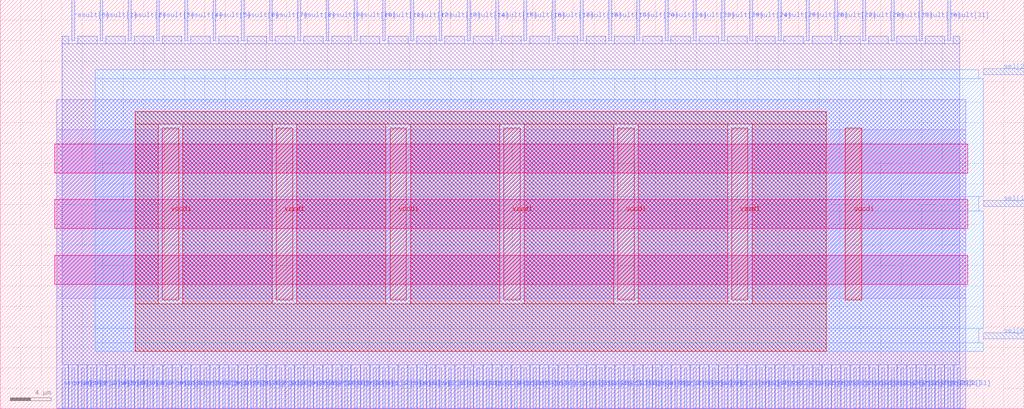
<source format=lef>
VERSION 5.7 ;
  NOWIREEXTENSIONATPIN ON ;
  DIVIDERCHAR "/" ;
  BUSBITCHARS "[]" ;
MACRO SEL_PRI_32x3
  CLASS BLOCK ;
  FOREIGN SEL_PRI_32x3 ;
  ORIGIN 0.000 0.000 ;
  SIZE 100.000 BY 40.000 ;
  PIN result[0]
    DIRECTION OUTPUT TRISTATE ;
    USE SIGNAL ;
    PORT
      LAYER met2 ;
        RECT 6.990 36.000 7.270 40.000 ;
    END
  END result[0]
  PIN result[10]
    DIRECTION OUTPUT TRISTATE ;
    USE SIGNAL ;
    PORT
      LAYER met2 ;
        RECT 34.590 36.000 34.870 40.000 ;
    END
  END result[10]
  PIN result[11]
    DIRECTION OUTPUT TRISTATE ;
    USE SIGNAL ;
    PORT
      LAYER met2 ;
        RECT 37.350 36.000 37.630 40.000 ;
    END
  END result[11]
  PIN result[12]
    DIRECTION OUTPUT TRISTATE ;
    USE SIGNAL ;
    PORT
      LAYER met2 ;
        RECT 40.110 36.000 40.390 40.000 ;
    END
  END result[12]
  PIN result[13]
    DIRECTION OUTPUT TRISTATE ;
    USE SIGNAL ;
    PORT
      LAYER met2 ;
        RECT 42.870 36.000 43.150 40.000 ;
    END
  END result[13]
  PIN result[14]
    DIRECTION OUTPUT TRISTATE ;
    USE SIGNAL ;
    PORT
      LAYER met2 ;
        RECT 45.630 36.000 45.910 40.000 ;
    END
  END result[14]
  PIN result[15]
    DIRECTION OUTPUT TRISTATE ;
    USE SIGNAL ;
    PORT
      LAYER met2 ;
        RECT 48.390 36.000 48.670 40.000 ;
    END
  END result[15]
  PIN result[16]
    DIRECTION OUTPUT TRISTATE ;
    USE SIGNAL ;
    PORT
      LAYER met2 ;
        RECT 51.150 36.000 51.430 40.000 ;
    END
  END result[16]
  PIN result[17]
    DIRECTION OUTPUT TRISTATE ;
    USE SIGNAL ;
    PORT
      LAYER met2 ;
        RECT 53.910 36.000 54.190 40.000 ;
    END
  END result[17]
  PIN result[18]
    DIRECTION OUTPUT TRISTATE ;
    USE SIGNAL ;
    PORT
      LAYER met2 ;
        RECT 56.670 36.000 56.950 40.000 ;
    END
  END result[18]
  PIN result[19]
    DIRECTION OUTPUT TRISTATE ;
    USE SIGNAL ;
    PORT
      LAYER met2 ;
        RECT 59.430 36.000 59.710 40.000 ;
    END
  END result[19]
  PIN result[1]
    DIRECTION OUTPUT TRISTATE ;
    USE SIGNAL ;
    PORT
      LAYER met2 ;
        RECT 9.750 36.000 10.030 40.000 ;
    END
  END result[1]
  PIN result[20]
    DIRECTION OUTPUT TRISTATE ;
    USE SIGNAL ;
    PORT
      LAYER met2 ;
        RECT 62.190 36.000 62.470 40.000 ;
    END
  END result[20]
  PIN result[21]
    DIRECTION OUTPUT TRISTATE ;
    USE SIGNAL ;
    PORT
      LAYER met2 ;
        RECT 64.950 36.000 65.230 40.000 ;
    END
  END result[21]
  PIN result[22]
    DIRECTION OUTPUT TRISTATE ;
    USE SIGNAL ;
    PORT
      LAYER met2 ;
        RECT 67.710 36.000 67.990 40.000 ;
    END
  END result[22]
  PIN result[23]
    DIRECTION OUTPUT TRISTATE ;
    USE SIGNAL ;
    PORT
      LAYER met2 ;
        RECT 70.470 36.000 70.750 40.000 ;
    END
  END result[23]
  PIN result[24]
    DIRECTION OUTPUT TRISTATE ;
    USE SIGNAL ;
    PORT
      LAYER met2 ;
        RECT 73.230 36.000 73.510 40.000 ;
    END
  END result[24]
  PIN result[25]
    DIRECTION OUTPUT TRISTATE ;
    USE SIGNAL ;
    PORT
      LAYER met2 ;
        RECT 75.990 36.000 76.270 40.000 ;
    END
  END result[25]
  PIN result[26]
    DIRECTION OUTPUT TRISTATE ;
    USE SIGNAL ;
    PORT
      LAYER met2 ;
        RECT 78.750 36.000 79.030 40.000 ;
    END
  END result[26]
  PIN result[27]
    DIRECTION OUTPUT TRISTATE ;
    USE SIGNAL ;
    PORT
      LAYER met2 ;
        RECT 81.510 36.000 81.790 40.000 ;
    END
  END result[27]
  PIN result[28]
    DIRECTION OUTPUT TRISTATE ;
    USE SIGNAL ;
    PORT
      LAYER met2 ;
        RECT 84.270 36.000 84.550 40.000 ;
    END
  END result[28]
  PIN result[29]
    DIRECTION OUTPUT TRISTATE ;
    USE SIGNAL ;
    PORT
      LAYER met2 ;
        RECT 87.030 36.000 87.310 40.000 ;
    END
  END result[29]
  PIN result[2]
    DIRECTION OUTPUT TRISTATE ;
    USE SIGNAL ;
    PORT
      LAYER met2 ;
        RECT 12.510 36.000 12.790 40.000 ;
    END
  END result[2]
  PIN result[30]
    DIRECTION OUTPUT TRISTATE ;
    USE SIGNAL ;
    PORT
      LAYER met2 ;
        RECT 89.790 36.000 90.070 40.000 ;
    END
  END result[30]
  PIN result[31]
    DIRECTION OUTPUT TRISTATE ;
    USE SIGNAL ;
    PORT
      LAYER met2 ;
        RECT 92.550 36.000 92.830 40.000 ;
    END
  END result[31]
  PIN result[3]
    DIRECTION OUTPUT TRISTATE ;
    USE SIGNAL ;
    PORT
      LAYER met2 ;
        RECT 15.270 36.000 15.550 40.000 ;
    END
  END result[3]
  PIN result[4]
    DIRECTION OUTPUT TRISTATE ;
    USE SIGNAL ;
    PORT
      LAYER met2 ;
        RECT 18.030 36.000 18.310 40.000 ;
    END
  END result[4]
  PIN result[5]
    DIRECTION OUTPUT TRISTATE ;
    USE SIGNAL ;
    PORT
      LAYER met2 ;
        RECT 20.790 36.000 21.070 40.000 ;
    END
  END result[5]
  PIN result[6]
    DIRECTION OUTPUT TRISTATE ;
    USE SIGNAL ;
    PORT
      LAYER met2 ;
        RECT 23.550 36.000 23.830 40.000 ;
    END
  END result[6]
  PIN result[7]
    DIRECTION OUTPUT TRISTATE ;
    USE SIGNAL ;
    PORT
      LAYER met2 ;
        RECT 26.310 36.000 26.590 40.000 ;
    END
  END result[7]
  PIN result[8]
    DIRECTION OUTPUT TRISTATE ;
    USE SIGNAL ;
    PORT
      LAYER met2 ;
        RECT 29.070 36.000 29.350 40.000 ;
    END
  END result[8]
  PIN result[9]
    DIRECTION OUTPUT TRISTATE ;
    USE SIGNAL ;
    PORT
      LAYER met2 ;
        RECT 31.830 36.000 32.110 40.000 ;
    END
  END result[9]
  PIN sel[0]
    DIRECTION INPUT ;
    USE SIGNAL ;
    PORT
      LAYER met3 ;
        RECT 96.000 6.840 100.000 7.440 ;
    END
  END sel[0]
  PIN sel[1]
    DIRECTION INPUT ;
    USE SIGNAL ;
    PORT
      LAYER met3 ;
        RECT 96.000 19.760 100.000 20.360 ;
    END
  END sel[1]
  PIN sel[2]
    DIRECTION INPUT ;
    USE SIGNAL ;
    PORT
      LAYER met3 ;
        RECT 96.000 32.680 100.000 33.280 ;
    END
  END sel[2]
  PIN src0[0]
    DIRECTION INPUT ;
    USE SIGNAL ;
    PORT
      LAYER met2 ;
        RECT 6.070 0.000 6.350 4.000 ;
    END
  END src0[0]
  PIN src0[10]
    DIRECTION INPUT ;
    USE SIGNAL ;
    PORT
      LAYER met2 ;
        RECT 15.270 0.000 15.550 4.000 ;
    END
  END src0[10]
  PIN src0[11]
    DIRECTION INPUT ;
    USE SIGNAL ;
    PORT
      LAYER met2 ;
        RECT 16.190 0.000 16.470 4.000 ;
    END
  END src0[11]
  PIN src0[12]
    DIRECTION INPUT ;
    USE SIGNAL ;
    PORT
      LAYER met2 ;
        RECT 17.110 0.000 17.390 4.000 ;
    END
  END src0[12]
  PIN src0[13]
    DIRECTION INPUT ;
    USE SIGNAL ;
    PORT
      LAYER met2 ;
        RECT 18.030 0.000 18.310 4.000 ;
    END
  END src0[13]
  PIN src0[14]
    DIRECTION INPUT ;
    USE SIGNAL ;
    PORT
      LAYER met2 ;
        RECT 18.950 0.000 19.230 4.000 ;
    END
  END src0[14]
  PIN src0[15]
    DIRECTION INPUT ;
    USE SIGNAL ;
    PORT
      LAYER met2 ;
        RECT 19.870 0.000 20.150 4.000 ;
    END
  END src0[15]
  PIN src0[16]
    DIRECTION INPUT ;
    USE SIGNAL ;
    PORT
      LAYER met2 ;
        RECT 20.790 0.000 21.070 4.000 ;
    END
  END src0[16]
  PIN src0[17]
    DIRECTION INPUT ;
    USE SIGNAL ;
    PORT
      LAYER met2 ;
        RECT 21.710 0.000 21.990 4.000 ;
    END
  END src0[17]
  PIN src0[18]
    DIRECTION INPUT ;
    USE SIGNAL ;
    PORT
      LAYER met2 ;
        RECT 22.630 0.000 22.910 4.000 ;
    END
  END src0[18]
  PIN src0[19]
    DIRECTION INPUT ;
    USE SIGNAL ;
    PORT
      LAYER met2 ;
        RECT 23.550 0.000 23.830 4.000 ;
    END
  END src0[19]
  PIN src0[1]
    DIRECTION INPUT ;
    USE SIGNAL ;
    PORT
      LAYER met2 ;
        RECT 6.990 0.000 7.270 4.000 ;
    END
  END src0[1]
  PIN src0[20]
    DIRECTION INPUT ;
    USE SIGNAL ;
    PORT
      LAYER met2 ;
        RECT 24.470 0.000 24.750 4.000 ;
    END
  END src0[20]
  PIN src0[21]
    DIRECTION INPUT ;
    USE SIGNAL ;
    PORT
      LAYER met2 ;
        RECT 25.390 0.000 25.670 4.000 ;
    END
  END src0[21]
  PIN src0[22]
    DIRECTION INPUT ;
    USE SIGNAL ;
    PORT
      LAYER met2 ;
        RECT 26.310 0.000 26.590 4.000 ;
    END
  END src0[22]
  PIN src0[23]
    DIRECTION INPUT ;
    USE SIGNAL ;
    PORT
      LAYER met2 ;
        RECT 27.230 0.000 27.510 4.000 ;
    END
  END src0[23]
  PIN src0[24]
    DIRECTION INPUT ;
    USE SIGNAL ;
    PORT
      LAYER met2 ;
        RECT 28.150 0.000 28.430 4.000 ;
    END
  END src0[24]
  PIN src0[25]
    DIRECTION INPUT ;
    USE SIGNAL ;
    PORT
      LAYER met2 ;
        RECT 29.070 0.000 29.350 4.000 ;
    END
  END src0[25]
  PIN src0[26]
    DIRECTION INPUT ;
    USE SIGNAL ;
    PORT
      LAYER met2 ;
        RECT 29.990 0.000 30.270 4.000 ;
    END
  END src0[26]
  PIN src0[27]
    DIRECTION INPUT ;
    USE SIGNAL ;
    PORT
      LAYER met2 ;
        RECT 30.910 0.000 31.190 4.000 ;
    END
  END src0[27]
  PIN src0[28]
    DIRECTION INPUT ;
    USE SIGNAL ;
    PORT
      LAYER met2 ;
        RECT 31.830 0.000 32.110 4.000 ;
    END
  END src0[28]
  PIN src0[29]
    DIRECTION INPUT ;
    USE SIGNAL ;
    PORT
      LAYER met2 ;
        RECT 32.750 0.000 33.030 4.000 ;
    END
  END src0[29]
  PIN src0[2]
    DIRECTION INPUT ;
    USE SIGNAL ;
    PORT
      LAYER met2 ;
        RECT 7.910 0.000 8.190 4.000 ;
    END
  END src0[2]
  PIN src0[30]
    DIRECTION INPUT ;
    USE SIGNAL ;
    PORT
      LAYER met2 ;
        RECT 33.670 0.000 33.950 4.000 ;
    END
  END src0[30]
  PIN src0[31]
    DIRECTION INPUT ;
    USE SIGNAL ;
    PORT
      LAYER met2 ;
        RECT 34.590 0.000 34.870 4.000 ;
    END
  END src0[31]
  PIN src0[3]
    DIRECTION INPUT ;
    USE SIGNAL ;
    PORT
      LAYER met2 ;
        RECT 8.830 0.000 9.110 4.000 ;
    END
  END src0[3]
  PIN src0[4]
    DIRECTION INPUT ;
    USE SIGNAL ;
    PORT
      LAYER met2 ;
        RECT 9.750 0.000 10.030 4.000 ;
    END
  END src0[4]
  PIN src0[5]
    DIRECTION INPUT ;
    USE SIGNAL ;
    PORT
      LAYER met2 ;
        RECT 10.670 0.000 10.950 4.000 ;
    END
  END src0[5]
  PIN src0[6]
    DIRECTION INPUT ;
    USE SIGNAL ;
    PORT
      LAYER met2 ;
        RECT 11.590 0.000 11.870 4.000 ;
    END
  END src0[6]
  PIN src0[7]
    DIRECTION INPUT ;
    USE SIGNAL ;
    PORT
      LAYER met2 ;
        RECT 12.510 0.000 12.790 4.000 ;
    END
  END src0[7]
  PIN src0[8]
    DIRECTION INPUT ;
    USE SIGNAL ;
    PORT
      LAYER met2 ;
        RECT 13.430 0.000 13.710 4.000 ;
    END
  END src0[8]
  PIN src0[9]
    DIRECTION INPUT ;
    USE SIGNAL ;
    PORT
      LAYER met2 ;
        RECT 14.350 0.000 14.630 4.000 ;
    END
  END src0[9]
  PIN src1[0]
    DIRECTION INPUT ;
    USE SIGNAL ;
    PORT
      LAYER met2 ;
        RECT 35.510 0.000 35.790 4.000 ;
    END
  END src1[0]
  PIN src1[10]
    DIRECTION INPUT ;
    USE SIGNAL ;
    PORT
      LAYER met2 ;
        RECT 44.710 0.000 44.990 4.000 ;
    END
  END src1[10]
  PIN src1[11]
    DIRECTION INPUT ;
    USE SIGNAL ;
    PORT
      LAYER met2 ;
        RECT 45.630 0.000 45.910 4.000 ;
    END
  END src1[11]
  PIN src1[12]
    DIRECTION INPUT ;
    USE SIGNAL ;
    PORT
      LAYER met2 ;
        RECT 46.550 0.000 46.830 4.000 ;
    END
  END src1[12]
  PIN src1[13]
    DIRECTION INPUT ;
    USE SIGNAL ;
    PORT
      LAYER met2 ;
        RECT 47.470 0.000 47.750 4.000 ;
    END
  END src1[13]
  PIN src1[14]
    DIRECTION INPUT ;
    USE SIGNAL ;
    PORT
      LAYER met2 ;
        RECT 48.390 0.000 48.670 4.000 ;
    END
  END src1[14]
  PIN src1[15]
    DIRECTION INPUT ;
    USE SIGNAL ;
    PORT
      LAYER met2 ;
        RECT 49.310 0.000 49.590 4.000 ;
    END
  END src1[15]
  PIN src1[16]
    DIRECTION INPUT ;
    USE SIGNAL ;
    PORT
      LAYER met2 ;
        RECT 50.230 0.000 50.510 4.000 ;
    END
  END src1[16]
  PIN src1[17]
    DIRECTION INPUT ;
    USE SIGNAL ;
    PORT
      LAYER met2 ;
        RECT 51.150 0.000 51.430 4.000 ;
    END
  END src1[17]
  PIN src1[18]
    DIRECTION INPUT ;
    USE SIGNAL ;
    PORT
      LAYER met2 ;
        RECT 52.070 0.000 52.350 4.000 ;
    END
  END src1[18]
  PIN src1[19]
    DIRECTION INPUT ;
    USE SIGNAL ;
    PORT
      LAYER met2 ;
        RECT 52.990 0.000 53.270 4.000 ;
    END
  END src1[19]
  PIN src1[1]
    DIRECTION INPUT ;
    USE SIGNAL ;
    PORT
      LAYER met2 ;
        RECT 36.430 0.000 36.710 4.000 ;
    END
  END src1[1]
  PIN src1[20]
    DIRECTION INPUT ;
    USE SIGNAL ;
    PORT
      LAYER met2 ;
        RECT 53.910 0.000 54.190 4.000 ;
    END
  END src1[20]
  PIN src1[21]
    DIRECTION INPUT ;
    USE SIGNAL ;
    PORT
      LAYER met2 ;
        RECT 54.830 0.000 55.110 4.000 ;
    END
  END src1[21]
  PIN src1[22]
    DIRECTION INPUT ;
    USE SIGNAL ;
    PORT
      LAYER met2 ;
        RECT 55.750 0.000 56.030 4.000 ;
    END
  END src1[22]
  PIN src1[23]
    DIRECTION INPUT ;
    USE SIGNAL ;
    PORT
      LAYER met2 ;
        RECT 56.670 0.000 56.950 4.000 ;
    END
  END src1[23]
  PIN src1[24]
    DIRECTION INPUT ;
    USE SIGNAL ;
    PORT
      LAYER met2 ;
        RECT 57.590 0.000 57.870 4.000 ;
    END
  END src1[24]
  PIN src1[25]
    DIRECTION INPUT ;
    USE SIGNAL ;
    PORT
      LAYER met2 ;
        RECT 58.510 0.000 58.790 4.000 ;
    END
  END src1[25]
  PIN src1[26]
    DIRECTION INPUT ;
    USE SIGNAL ;
    PORT
      LAYER met2 ;
        RECT 59.430 0.000 59.710 4.000 ;
    END
  END src1[26]
  PIN src1[27]
    DIRECTION INPUT ;
    USE SIGNAL ;
    PORT
      LAYER met2 ;
        RECT 60.350 0.000 60.630 4.000 ;
    END
  END src1[27]
  PIN src1[28]
    DIRECTION INPUT ;
    USE SIGNAL ;
    PORT
      LAYER met2 ;
        RECT 61.270 0.000 61.550 4.000 ;
    END
  END src1[28]
  PIN src1[29]
    DIRECTION INPUT ;
    USE SIGNAL ;
    PORT
      LAYER met2 ;
        RECT 62.190 0.000 62.470 4.000 ;
    END
  END src1[29]
  PIN src1[2]
    DIRECTION INPUT ;
    USE SIGNAL ;
    PORT
      LAYER met2 ;
        RECT 37.350 0.000 37.630 4.000 ;
    END
  END src1[2]
  PIN src1[30]
    DIRECTION INPUT ;
    USE SIGNAL ;
    PORT
      LAYER met2 ;
        RECT 63.110 0.000 63.390 4.000 ;
    END
  END src1[30]
  PIN src1[31]
    DIRECTION INPUT ;
    USE SIGNAL ;
    PORT
      LAYER met2 ;
        RECT 64.030 0.000 64.310 4.000 ;
    END
  END src1[31]
  PIN src1[3]
    DIRECTION INPUT ;
    USE SIGNAL ;
    PORT
      LAYER met2 ;
        RECT 38.270 0.000 38.550 4.000 ;
    END
  END src1[3]
  PIN src1[4]
    DIRECTION INPUT ;
    USE SIGNAL ;
    PORT
      LAYER met2 ;
        RECT 39.190 0.000 39.470 4.000 ;
    END
  END src1[4]
  PIN src1[5]
    DIRECTION INPUT ;
    USE SIGNAL ;
    PORT
      LAYER met2 ;
        RECT 40.110 0.000 40.390 4.000 ;
    END
  END src1[5]
  PIN src1[6]
    DIRECTION INPUT ;
    USE SIGNAL ;
    PORT
      LAYER met2 ;
        RECT 41.030 0.000 41.310 4.000 ;
    END
  END src1[6]
  PIN src1[7]
    DIRECTION INPUT ;
    USE SIGNAL ;
    PORT
      LAYER met2 ;
        RECT 41.950 0.000 42.230 4.000 ;
    END
  END src1[7]
  PIN src1[8]
    DIRECTION INPUT ;
    USE SIGNAL ;
    PORT
      LAYER met2 ;
        RECT 42.870 0.000 43.150 4.000 ;
    END
  END src1[8]
  PIN src1[9]
    DIRECTION INPUT ;
    USE SIGNAL ;
    PORT
      LAYER met2 ;
        RECT 43.790 0.000 44.070 4.000 ;
    END
  END src1[9]
  PIN src2[0]
    DIRECTION INPUT ;
    USE SIGNAL ;
    PORT
      LAYER met2 ;
        RECT 64.950 0.000 65.230 4.000 ;
    END
  END src2[0]
  PIN src2[10]
    DIRECTION INPUT ;
    USE SIGNAL ;
    PORT
      LAYER met2 ;
        RECT 74.150 0.000 74.430 4.000 ;
    END
  END src2[10]
  PIN src2[11]
    DIRECTION INPUT ;
    USE SIGNAL ;
    PORT
      LAYER met2 ;
        RECT 75.070 0.000 75.350 4.000 ;
    END
  END src2[11]
  PIN src2[12]
    DIRECTION INPUT ;
    USE SIGNAL ;
    PORT
      LAYER met2 ;
        RECT 75.990 0.000 76.270 4.000 ;
    END
  END src2[12]
  PIN src2[13]
    DIRECTION INPUT ;
    USE SIGNAL ;
    PORT
      LAYER met2 ;
        RECT 76.910 0.000 77.190 4.000 ;
    END
  END src2[13]
  PIN src2[14]
    DIRECTION INPUT ;
    USE SIGNAL ;
    PORT
      LAYER met2 ;
        RECT 77.830 0.000 78.110 4.000 ;
    END
  END src2[14]
  PIN src2[15]
    DIRECTION INPUT ;
    USE SIGNAL ;
    PORT
      LAYER met2 ;
        RECT 78.750 0.000 79.030 4.000 ;
    END
  END src2[15]
  PIN src2[16]
    DIRECTION INPUT ;
    USE SIGNAL ;
    PORT
      LAYER met2 ;
        RECT 79.670 0.000 79.950 4.000 ;
    END
  END src2[16]
  PIN src2[17]
    DIRECTION INPUT ;
    USE SIGNAL ;
    PORT
      LAYER met2 ;
        RECT 80.590 0.000 80.870 4.000 ;
    END
  END src2[17]
  PIN src2[18]
    DIRECTION INPUT ;
    USE SIGNAL ;
    PORT
      LAYER met2 ;
        RECT 81.510 0.000 81.790 4.000 ;
    END
  END src2[18]
  PIN src2[19]
    DIRECTION INPUT ;
    USE SIGNAL ;
    PORT
      LAYER met2 ;
        RECT 82.430 0.000 82.710 4.000 ;
    END
  END src2[19]
  PIN src2[1]
    DIRECTION INPUT ;
    USE SIGNAL ;
    PORT
      LAYER met2 ;
        RECT 65.870 0.000 66.150 4.000 ;
    END
  END src2[1]
  PIN src2[20]
    DIRECTION INPUT ;
    USE SIGNAL ;
    PORT
      LAYER met2 ;
        RECT 83.350 0.000 83.630 4.000 ;
    END
  END src2[20]
  PIN src2[21]
    DIRECTION INPUT ;
    USE SIGNAL ;
    PORT
      LAYER met2 ;
        RECT 84.270 0.000 84.550 4.000 ;
    END
  END src2[21]
  PIN src2[22]
    DIRECTION INPUT ;
    USE SIGNAL ;
    PORT
      LAYER met2 ;
        RECT 85.190 0.000 85.470 4.000 ;
    END
  END src2[22]
  PIN src2[23]
    DIRECTION INPUT ;
    USE SIGNAL ;
    PORT
      LAYER met2 ;
        RECT 86.110 0.000 86.390 4.000 ;
    END
  END src2[23]
  PIN src2[24]
    DIRECTION INPUT ;
    USE SIGNAL ;
    PORT
      LAYER met2 ;
        RECT 87.030 0.000 87.310 4.000 ;
    END
  END src2[24]
  PIN src2[25]
    DIRECTION INPUT ;
    USE SIGNAL ;
    PORT
      LAYER met2 ;
        RECT 87.950 0.000 88.230 4.000 ;
    END
  END src2[25]
  PIN src2[26]
    DIRECTION INPUT ;
    USE SIGNAL ;
    PORT
      LAYER met2 ;
        RECT 88.870 0.000 89.150 4.000 ;
    END
  END src2[26]
  PIN src2[27]
    DIRECTION INPUT ;
    USE SIGNAL ;
    PORT
      LAYER met2 ;
        RECT 89.790 0.000 90.070 4.000 ;
    END
  END src2[27]
  PIN src2[28]
    DIRECTION INPUT ;
    USE SIGNAL ;
    PORT
      LAYER met2 ;
        RECT 90.710 0.000 90.990 4.000 ;
    END
  END src2[28]
  PIN src2[29]
    DIRECTION INPUT ;
    USE SIGNAL ;
    PORT
      LAYER met2 ;
        RECT 91.630 0.000 91.910 4.000 ;
    END
  END src2[29]
  PIN src2[2]
    DIRECTION INPUT ;
    USE SIGNAL ;
    PORT
      LAYER met2 ;
        RECT 66.790 0.000 67.070 4.000 ;
    END
  END src2[2]
  PIN src2[30]
    DIRECTION INPUT ;
    USE SIGNAL ;
    PORT
      LAYER met2 ;
        RECT 92.550 0.000 92.830 4.000 ;
    END
  END src2[30]
  PIN src2[31]
    DIRECTION INPUT ;
    USE SIGNAL ;
    PORT
      LAYER met2 ;
        RECT 93.470 0.000 93.750 4.000 ;
    END
  END src2[31]
  PIN src2[3]
    DIRECTION INPUT ;
    USE SIGNAL ;
    PORT
      LAYER met2 ;
        RECT 67.710 0.000 67.990 4.000 ;
    END
  END src2[3]
  PIN src2[4]
    DIRECTION INPUT ;
    USE SIGNAL ;
    PORT
      LAYER met2 ;
        RECT 68.630 0.000 68.910 4.000 ;
    END
  END src2[4]
  PIN src2[5]
    DIRECTION INPUT ;
    USE SIGNAL ;
    PORT
      LAYER met2 ;
        RECT 69.550 0.000 69.830 4.000 ;
    END
  END src2[5]
  PIN src2[6]
    DIRECTION INPUT ;
    USE SIGNAL ;
    PORT
      LAYER met2 ;
        RECT 70.470 0.000 70.750 4.000 ;
    END
  END src2[6]
  PIN src2[7]
    DIRECTION INPUT ;
    USE SIGNAL ;
    PORT
      LAYER met2 ;
        RECT 71.390 0.000 71.670 4.000 ;
    END
  END src2[7]
  PIN src2[8]
    DIRECTION INPUT ;
    USE SIGNAL ;
    PORT
      LAYER met2 ;
        RECT 72.310 0.000 72.590 4.000 ;
    END
  END src2[8]
  PIN src2[9]
    DIRECTION INPUT ;
    USE SIGNAL ;
    PORT
      LAYER met2 ;
        RECT 73.230 0.000 73.510 4.000 ;
    END
  END src2[9]
  PIN vccd1
    DIRECTION INOUT ;
    USE POWER ;
    PORT
      LAYER met4 ;
        RECT 15.840 10.640 17.440 27.440 ;
    END
    PORT
      LAYER met4 ;
        RECT 38.080 10.640 39.680 27.440 ;
    END
    PORT
      LAYER met4 ;
        RECT 60.320 10.640 61.920 27.440 ;
    END
    PORT
      LAYER met4 ;
        RECT 82.560 10.640 84.160 27.440 ;
    END
  END vccd1
  PIN vssd1
    DIRECTION INOUT ;
    USE GROUND ;
    PORT
      LAYER met4 ;
        RECT 26.960 10.640 28.560 27.440 ;
    END
    PORT
      LAYER met4 ;
        RECT 49.200 10.640 50.800 27.440 ;
    END
    PORT
      LAYER met4 ;
        RECT 71.440 10.640 73.040 27.440 ;
    END
  END vssd1
  OBS
      LAYER nwell ;
        RECT 5.330 23.065 94.490 25.895 ;
        RECT 5.330 17.625 94.490 20.455 ;
        RECT 5.330 12.185 94.490 15.015 ;
      LAYER li1 ;
        RECT 5.520 10.795 94.300 27.285 ;
      LAYER met1 ;
        RECT 5.520 0.040 94.300 30.220 ;
      LAYER met2 ;
        RECT 6.080 35.720 6.710 36.450 ;
        RECT 7.550 35.720 9.470 36.450 ;
        RECT 10.310 35.720 12.230 36.450 ;
        RECT 13.070 35.720 14.990 36.450 ;
        RECT 15.830 35.720 17.750 36.450 ;
        RECT 18.590 35.720 20.510 36.450 ;
        RECT 21.350 35.720 23.270 36.450 ;
        RECT 24.110 35.720 26.030 36.450 ;
        RECT 26.870 35.720 28.790 36.450 ;
        RECT 29.630 35.720 31.550 36.450 ;
        RECT 32.390 35.720 34.310 36.450 ;
        RECT 35.150 35.720 37.070 36.450 ;
        RECT 37.910 35.720 39.830 36.450 ;
        RECT 40.670 35.720 42.590 36.450 ;
        RECT 43.430 35.720 45.350 36.450 ;
        RECT 46.190 35.720 48.110 36.450 ;
        RECT 48.950 35.720 50.870 36.450 ;
        RECT 51.710 35.720 53.630 36.450 ;
        RECT 54.470 35.720 56.390 36.450 ;
        RECT 57.230 35.720 59.150 36.450 ;
        RECT 59.990 35.720 61.910 36.450 ;
        RECT 62.750 35.720 64.670 36.450 ;
        RECT 65.510 35.720 67.430 36.450 ;
        RECT 68.270 35.720 70.190 36.450 ;
        RECT 71.030 35.720 72.950 36.450 ;
        RECT 73.790 35.720 75.710 36.450 ;
        RECT 76.550 35.720 78.470 36.450 ;
        RECT 79.310 35.720 81.230 36.450 ;
        RECT 82.070 35.720 83.990 36.450 ;
        RECT 84.830 35.720 86.750 36.450 ;
        RECT 87.590 35.720 89.510 36.450 ;
        RECT 90.350 35.720 92.270 36.450 ;
        RECT 93.110 35.720 93.740 36.450 ;
        RECT 6.080 4.280 93.740 35.720 ;
        RECT 6.630 0.010 6.710 4.280 ;
        RECT 7.550 0.010 7.630 4.280 ;
        RECT 8.470 0.010 8.550 4.280 ;
        RECT 9.390 0.010 9.470 4.280 ;
        RECT 10.310 0.010 10.390 4.280 ;
        RECT 11.230 0.010 11.310 4.280 ;
        RECT 12.150 0.010 12.230 4.280 ;
        RECT 13.070 0.010 13.150 4.280 ;
        RECT 13.990 0.010 14.070 4.280 ;
        RECT 14.910 0.010 14.990 4.280 ;
        RECT 15.830 0.010 15.910 4.280 ;
        RECT 16.750 0.010 16.830 4.280 ;
        RECT 17.670 0.010 17.750 4.280 ;
        RECT 18.590 0.010 18.670 4.280 ;
        RECT 19.510 0.010 19.590 4.280 ;
        RECT 20.430 0.010 20.510 4.280 ;
        RECT 21.350 0.010 21.430 4.280 ;
        RECT 22.270 0.010 22.350 4.280 ;
        RECT 23.190 0.010 23.270 4.280 ;
        RECT 24.110 0.010 24.190 4.280 ;
        RECT 25.030 0.010 25.110 4.280 ;
        RECT 25.950 0.010 26.030 4.280 ;
        RECT 26.870 0.010 26.950 4.280 ;
        RECT 27.790 0.010 27.870 4.280 ;
        RECT 28.710 0.010 28.790 4.280 ;
        RECT 29.630 0.010 29.710 4.280 ;
        RECT 30.550 0.010 30.630 4.280 ;
        RECT 31.470 0.010 31.550 4.280 ;
        RECT 32.390 0.010 32.470 4.280 ;
        RECT 33.310 0.010 33.390 4.280 ;
        RECT 34.230 0.010 34.310 4.280 ;
        RECT 35.150 0.010 35.230 4.280 ;
        RECT 36.070 0.010 36.150 4.280 ;
        RECT 36.990 0.010 37.070 4.280 ;
        RECT 37.910 0.010 37.990 4.280 ;
        RECT 38.830 0.010 38.910 4.280 ;
        RECT 39.750 0.010 39.830 4.280 ;
        RECT 40.670 0.010 40.750 4.280 ;
        RECT 41.590 0.010 41.670 4.280 ;
        RECT 42.510 0.010 42.590 4.280 ;
        RECT 43.430 0.010 43.510 4.280 ;
        RECT 44.350 0.010 44.430 4.280 ;
        RECT 45.270 0.010 45.350 4.280 ;
        RECT 46.190 0.010 46.270 4.280 ;
        RECT 47.110 0.010 47.190 4.280 ;
        RECT 48.030 0.010 48.110 4.280 ;
        RECT 48.950 0.010 49.030 4.280 ;
        RECT 49.870 0.010 49.950 4.280 ;
        RECT 50.790 0.010 50.870 4.280 ;
        RECT 51.710 0.010 51.790 4.280 ;
        RECT 52.630 0.010 52.710 4.280 ;
        RECT 53.550 0.010 53.630 4.280 ;
        RECT 54.470 0.010 54.550 4.280 ;
        RECT 55.390 0.010 55.470 4.280 ;
        RECT 56.310 0.010 56.390 4.280 ;
        RECT 57.230 0.010 57.310 4.280 ;
        RECT 58.150 0.010 58.230 4.280 ;
        RECT 59.070 0.010 59.150 4.280 ;
        RECT 59.990 0.010 60.070 4.280 ;
        RECT 60.910 0.010 60.990 4.280 ;
        RECT 61.830 0.010 61.910 4.280 ;
        RECT 62.750 0.010 62.830 4.280 ;
        RECT 63.670 0.010 63.750 4.280 ;
        RECT 64.590 0.010 64.670 4.280 ;
        RECT 65.510 0.010 65.590 4.280 ;
        RECT 66.430 0.010 66.510 4.280 ;
        RECT 67.350 0.010 67.430 4.280 ;
        RECT 68.270 0.010 68.350 4.280 ;
        RECT 69.190 0.010 69.270 4.280 ;
        RECT 70.110 0.010 70.190 4.280 ;
        RECT 71.030 0.010 71.110 4.280 ;
        RECT 71.950 0.010 72.030 4.280 ;
        RECT 72.870 0.010 72.950 4.280 ;
        RECT 73.790 0.010 73.870 4.280 ;
        RECT 74.710 0.010 74.790 4.280 ;
        RECT 75.630 0.010 75.710 4.280 ;
        RECT 76.550 0.010 76.630 4.280 ;
        RECT 77.470 0.010 77.550 4.280 ;
        RECT 78.390 0.010 78.470 4.280 ;
        RECT 79.310 0.010 79.390 4.280 ;
        RECT 80.230 0.010 80.310 4.280 ;
        RECT 81.150 0.010 81.230 4.280 ;
        RECT 82.070 0.010 82.150 4.280 ;
        RECT 82.990 0.010 83.070 4.280 ;
        RECT 83.910 0.010 83.990 4.280 ;
        RECT 84.830 0.010 84.910 4.280 ;
        RECT 85.750 0.010 85.830 4.280 ;
        RECT 86.670 0.010 86.750 4.280 ;
        RECT 87.590 0.010 87.670 4.280 ;
        RECT 88.510 0.010 88.590 4.280 ;
        RECT 89.430 0.010 89.510 4.280 ;
        RECT 90.350 0.010 90.430 4.280 ;
        RECT 91.270 0.010 91.350 4.280 ;
        RECT 92.190 0.010 92.270 4.280 ;
        RECT 93.110 0.010 93.190 4.280 ;
      LAYER met3 ;
        RECT 9.265 32.280 95.600 33.145 ;
        RECT 9.265 20.760 96.000 32.280 ;
        RECT 9.265 19.360 95.600 20.760 ;
        RECT 9.265 7.840 96.000 19.360 ;
        RECT 9.265 6.440 95.600 7.840 ;
        RECT 9.265 5.615 96.000 6.440 ;
      LAYER met4 ;
        RECT 13.175 27.840 80.665 29.065 ;
        RECT 13.175 10.240 15.440 27.840 ;
        RECT 17.840 10.240 26.560 27.840 ;
        RECT 28.960 10.240 37.680 27.840 ;
        RECT 40.080 10.240 48.800 27.840 ;
        RECT 51.200 10.240 59.920 27.840 ;
        RECT 62.320 10.240 71.040 27.840 ;
        RECT 73.440 10.240 80.665 27.840 ;
        RECT 13.175 5.615 80.665 10.240 ;
  END
END SEL_PRI_32x3
END LIBRARY


</source>
